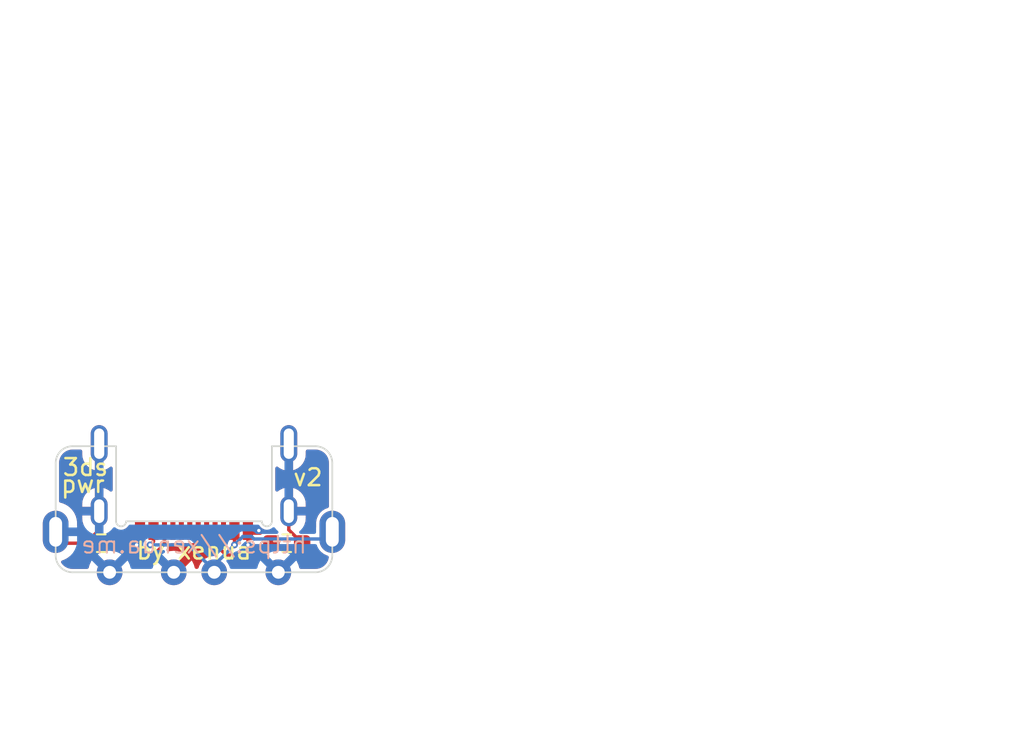
<source format=kicad_pcb>
(kicad_pcb (version 20211014) (generator pcbnew)
  (layers (0 "F.Cu" signal) (31 "B.Cu" signal) (34 "B.Paste" user) (35 "F.Paste" user) (36 "B.SilkS" user "B.Silkscreen") (37 "F.SilkS" user "F.Silkscreen") (38 "B.Mask" user) (39 "F.Mask" user) (44 "Edge.Cuts" user))
  (net 0 "")
  (net 1 "GND")
  (net 2 "VBUS")
  (net 3 "Net-(J1-PadA5)")
  (net 7 "Net-(J1-PadB5)")
  (footprint "Resistor_SMD:R_0603_1608Metric_Pad0.98x0.95mm_HandSolder" (layer "F.Cu") (at 128.5 92.5)
    (fp_text reference "R2" hide)
    (fp_text value "5.1k")
    (fp_line (start -0.254724 -0.5225) (end 0.254724 -0.5225) (layer "F.SilkS") (width 0.12))
    (fp_line (start -0.254724 0.5225) (end 0.254724 0.5225) (layer "F.SilkS") (width 0.12))
    (pad "1" smd roundrect (at -0.9125 0) (size 0.975 0.95) (layers "F.Cu" "F.Paste" "F.Mask") (net 1 "GND"))
    (pad "2" smd roundrect (at 0.9125 0) (size 0.975 0.95) (layers "F.Cu" "F.Paste" "F.Mask") (net 7 "Net-(J1-PadB5)"))
  )
  (footprint "Resistor_SMD:R_0603_1608Metric_Pad0.98x0.95mm_HandSolder" (layer "F.Cu") (at 139.5 92.5)
    (fp_text reference "R1" hide)
    (fp_text value "5.1k")
    (fp_line (start -0.254724 0.5225) (end 0.254724 0.5225) (layer "F.SilkS") (width 0.12))
    (fp_line (start -0.254724 -0.5225) (end 0.254724 -0.5225) (layer "F.SilkS") (width 0.12))
    (pad "1" smd roundrect (at -0.9125 0) (size 0.975 0.95) (layers "F.Cu" "F.Paste" "F.Mask") (net 3 "Net-(J1-PadA5)"))
    (pad "2" smd roundrect (at 0.9125 0) (size 0.975 0.95) (layers "F.Cu" "F.Paste" "F.Mask") (net 1 "GND"))
  )
  (footprint "xenua:USB_C_Receptacle_GCT_USB4510" (layer "F.Cu") (at 134 85 180)
    (fp_text reference "J1" hide)
    (fp_text value "USB_C_Receptacle_USB2.0")
    (fp_line (start -4.62 -1.75) (end -4.62 -6.2) (layer "Edge.Cuts") (width 0.1))
    (fp_line (start 4.62 -1.75) (end 4.62 -6.2) (layer "Edge.Cuts") (width 0.1))
    (fp_line (start 4.02 -6.2) (end -4.02 -6.2) (layer "Edge.Cuts") (width 0.1))
    (fp_arc (start -4.62 -6.2) (mid -4.32 -6.5) (end -4.02 -6.2) (layer "Edge.Cuts") (width 0.1))
    (fp_arc (start 4.02 -6.2) (mid 4.32 -6.5) (end 4.62 -6.2) (layer "Edge.Cuts") (width 0.1))
    (pad "A1" smd rect (at -3.2 -6.75 180) (size 0.6 1.1) (layers "F.Cu" "F.Paste" "F.Mask") (net 1 "GND"))
    (pad "A4" smd rect (at -2.4 -6.75 180) (size 0.6 1.1) (layers "F.Cu" "F.Paste" "F.Mask") (net 2 "VBUS"))
    (pad "A5" smd rect (at -1.25 -6.75 180) (size 0.3 1.1) (layers "F.Cu" "F.Paste" "F.Mask") (net 3 "Net-(J1-PadA5)"))
    (pad "A6" smd rect (at -0.25 -6.75 180) (size 0.3 1.1) (layers "F.Cu" "F.Paste" "F.Mask"))
    (pad "A7" smd rect (at 0.25 -6.75 180) (size 0.3 1.1) (layers "F.Cu" "F.Paste" "F.Mask"))
    (pad "A8" smd rect (at 1.25 -6.75 180) (size 0.3 1.1) (layers "F.Cu" "F.Paste" "F.Mask"))
    (pad "A9" smd rect (at 2.4 -6.75 180) (size 0.6 1.1) (layers "F.Cu" "F.Paste" "F.Mask") (net 2 "VBUS"))
    (pad "A12" smd rect (at 3.2 -6.75 180) (size 0.6 1.1) (layers "F.Cu" "F.Paste" "F.Mask") (net 1 "GND"))
    (pad "B1" smd rect (at 3.2 -6.75 180) (size 0.6 1.1) (layers "F.Cu" "F.Paste" "F.Mask") (net 1 "GND"))
    (pad "B4" smd rect (at 2.4 -6.75 180) (size 0.6 1.1) (layers "F.Cu" "F.Paste" "F.Mask") (net 2 "VBUS"))
    (pad "B5" smd rect (at 1.75 -6.75 180) (size 0.3 1.1) (layers "F.Cu" "F.Paste" "F.Mask") (net 7 "Net-(J1-PadB5)"))
    (pad "B6" smd rect (at 0.75 -6.75 180) (size 0.3 1.1) (layers "F.Cu" "F.Paste" "F.Mask"))
    (pad "B7" smd rect (at -0.75 -6.75 180) (size 0.3 1.1) (layers "F.Cu" "F.Paste" "F.Mask"))
    (pad "B8" smd rect (at -1.75 -6.75 180) (size 0.3 1.1) (layers "F.Cu" "F.Paste" "F.Mask"))
    (pad "B9" smd rect (at -2.4 -6.75 180) (size 0.6 1.1) (layers "F.Cu" "F.Paste" "F.Mask") (net 2 "VBUS"))
    (pad "B12" smd rect (at -3.2 -6.75 180) (size 0.6 1.1) (layers "F.Cu" "F.Paste" "F.Mask") (net 1 "GND"))
    (pad "S1" thru_hole oval (at -5.62 -5.6 180) (size 1 1.8) (drill oval 0.6 1.4) (layers *.Cu *.Mask) (net 1 "GND"))
    (pad "S1" thru_hole oval (at 5.62 -5.6 180) (size 1 1.8) (drill oval 0.6 1.4) (layers *.Cu *.Mask) (net 1 "GND"))
    (pad "S1" thru_hole oval (at 5.62 -1.6 180) (size 1 2.2) (drill oval 0.6 1.8) (layers *.Cu *.Mask) (net 1 "GND"))
    (pad "S1" thru_hole oval (at -5.62 -1.6 180) (size 1 2.2) (drill oval 0.6 1.8) (layers *.Cu *.Mask) (net 1 "GND"))
  )
  (footprint "3ds:3ds_power" (layer "F.Cu") (at 134 86.425)
    (fp_text reference "J2" hide)
    (fp_text value "3dspwr")
    (pad "1" thru_hole circle (at 5 7.8) (size 1.524 1.524) (drill 0.762) (layers *.Cu *.Mask) (net 1 "GND"))
    (pad "1" thru_hole circle (at -1.2 7.8) (size 1.524 1.524) (drill 0.762) (layers *.Cu *.Mask) (net 1 "GND"))
    (pad "1" thru_hole circle (at -5 7.8) (size 1.524 1.524) (drill 0.762) (layers *.Cu *.Mask) (net 1 "GND"))
    (pad "1" thru_hole oval (at -8.2 5.4) (size 1.524 2.5) (drill oval 0.762 1.762) (layers *.Cu *.Mask) (net 1 "GND"))
    (pad "2" thru_hole circle (at 1.2 7.8) (size 1.524 1.524) (drill 0.762) (layers *.Cu *.Mask) (net 2 "VBUS"))
    (pad "2" thru_hole oval (at 8.2 5.4) (size 1.524 2.5) (drill oval 0.762 1.762) (layers *.Cu *.Mask) (net 2 "VBUS"))
  )
  (gr_line (start 141.2 94.225) (end 126.8 94.225) (layer "Edge.Cuts") (width 0.1))
  (gr_arc (start 125.8 87.75) (mid 126.092893 87.042893) (end 126.8 86.75) (layer "Edge.Cuts") (width 0.1))
  (gr_arc (start 142.2 93.225) (mid 141.907107 93.932107) (end 141.2 94.225) (layer "Edge.Cuts") (width 0.1))
  (gr_line (start 138.62 86.75) (end 141.2 86.75) (layer "Edge.Cuts") (width 0.1))
  (gr_line (start 125.8 93.225) (end 125.8 87.75) (layer "Edge.Cuts") (width 0.1))
  (gr_arc (start 141.2 86.75) (mid 141.907107 87.042893) (end 142.2 87.75) (layer "Edge.Cuts") (width 0.1))
  (gr_line (start 142.2 87.75) (end 142.2 93.225) (layer "Edge.Cuts") (width 0.1))
  (gr_arc (start 126.8 94.225) (mid 126.092893 93.932107) (end 125.8 93.225) (layer "Edge.Cuts") (width 0.1))
  (gr_line (start 126.8 86.75) (end 129.38 86.75) (layer "Edge.Cuts") (width 0.1))
  (gr_text "https://xenua.me" (at 134 92.6) (layer "B.SilkS") (effects (font (size 1 1) (thickness 0.12)) (justify mirror)))
  (gr_text "pwr" (at 128.8 89) (layer "F.SilkS") (effects (font (size 1 1)) (justify right)))
  (gr_text "v2" (at 139.8 88.6) (layer "F.SilkS") (effects (font (size 1 1)) (justify left)))
  (gr_text "3ds" (at 129 88) (layer "F.SilkS") (effects (font (size 1 1)) (justify right)))
  (gr_text "by xenua" (at 134 92.95) (layer "F.SilkS") (effects (font (size 1 1))))
  (segment (start 127.5875 92.5) (end 126.475 92.5) (width 0.2) (layer "F.Cu") (net 1))
  (segment (start 140.4125 92.5) (end 140.4125 92.8125) (width 0.2) (layer "F.Cu") (net 1))
  (segment (start 137.2 91.75) (end 137.844522 91.75) (width 0.2) (layer "F.Cu") (net 1))
  (segment (start 130.8 91.75) (end 130.8 92.4) (width 0.2) (layer "F.Cu") (net 1))
  (segment (start 140.4125 92.5) (end 139.62 91.7075) (width 0.2) (layer "F.Cu") (net 1))
  (segment (start 127.5875 92.5) (end 128.38 91.7075) (width 0.2) (layer "F.Cu") (net 1))
  (segment (start 139.1 94.125) (end 139 94.125) (width 0.2) (layer "F.Cu") (net 1))
  (segment (start 139.62 91.7075) (end 139.62 90.6) (width 0.2) (layer "F.Cu") (net 1))
  (segment (start 128.38 90.905) (end 128.38 90.6) (width 0.2) (layer "F.Cu") (net 1))
  (segment (start 137.844522 91.75) (end 137.845022 91.7505) (width 0.2) (layer "F.Cu") (net 1))
  (segment (start 126.475 92.5) (end 125.9 91.925) (width 0.2) (layer "F.Cu") (net 1))
  (segment (start 128.38 91.7075) (end 128.38 90.6) (width 0.2) (layer "F.Cu") (net 1))
  (segment (start 127.5875 92.5) (end 127.5875 92.8125) (width 0.2) (layer "F.Cu") (net 1))
  (segment (start 130.8 91.75) (end 130.775 91.725) (width 0.2) (layer "F.Cu") (net 1))
  (segment (start 128.9 94.125) (end 129 94.125) (width 0.2) (layer "F.Cu") (net 1))
  (segment (start 139.62 90.82257) (end 139.62 90.6) (width 0.2) (layer "F.Cu") (net 1))
  (segment (start 127.5875 92.8125) (end 128.9 94.125) (width 0.2) (layer "F.Cu") (net 1))
  (segment (start 140.4125 92.8125) (end 139.1 94.125) (width 0.2) (layer "F.Cu") (net 1))
  (segment (start 125.9 91.925) (end 125.9 91.825) (width 0.2) (layer "F.Cu") (net 1))
  (segment (start 137.2 91.75) (end 137.225 91.725) (width 0.2) (layer "F.Cu") (net 1))
  (segment (start 137.2 91.75) (end 137.2 92.6) (width 0.2) (layer "F.Cu") (net 1))
  (segment (start 130.8 92.4) (end 130.6 92.6) (width 0.2) (layer "F.Cu") (net 1))
  (via (at 130.6 92.6) (size 0.4) (drill 0.2) (layers "F.Cu" "B.Cu") (net 1))
  (via (at 137.2 92.6) (size 0.4) (drill 0.2) (layers "F.Cu" "B.Cu") (net 1))
  (via (at 137.845022 91.7505) (size 0.4) (drill 0.2) (layers "F.Cu" "B.Cu") (net 1))
  (segment (start 138.725 94.125) (end 139 94.125) (width 0.2) (layer "B.Cu") (net 1))
  (segment (start 131.6 92.4) (end 131.4 92.6) (width 0.2) (layer "F.Cu") (net 2))
  (segment (start 136.4 91.75) (end 136.4 92.6) (width 0.2) (layer "F.Cu") (net 2))
  (segment (start 131.6 91.75) (end 131.6 92.4) (width 0.2) (layer "F.Cu") (net 2))
  (via (at 136.4 92.6) (size 0.4) (drill 0.2) (layers "F.Cu" "B.Cu") (net 2))
  (via (at 131.4 92.6) (size 0.4) (drill 0.2) (layers "F.Cu" "B.Cu") (net 2))
  (segment (start 136.4 92.6) (end 135.2 93.8) (width 0.2) (layer "B.Cu") (net 2))
  (segment (start 131.4 92.6) (end 133.675 92.6) (width 0.2) (layer "B.Cu") (net 2))
  (segment (start 136.9 92.1) (end 137.407107 92.1) (width 0.2) (layer "B.Cu") (net 2))
  (segment (start 141.675 92.25) (end 142.1 91.825) (width 0.2) (layer "B.Cu") (net 2))
  (segment (start 137.407107 92.1) (end 137.557107 92.25) (width 0.2) (layer "B.Cu") (net 2))
  (segment (start 137.557107 92.25) (end 141.675 92.25) (width 0.2) (layer "B.Cu") (net 2))
  (segment (start 136.4 92.6) (end 136.9 92.1) (width 0.2) (layer "B.Cu") (net 2))
  (segment (start 133.675 92.6) (end 135.2 94.125) (width 0.2) (layer "B.Cu") (net 2))
  (segment (start 135.2 93.8) (end 135.2 94.125) (width 0.2) (layer "B.Cu") (net 2))
  (segment (start 135.9 93.2) (end 137.8875 93.2) (width 0.2) (layer "F.Cu") (net 3))
  (segment (start 135.25 91.75) (end 135.25 92.55) (width 0.2) (layer "F.Cu") (net 3))
  (segment (start 137.8875 93.2) (end 138.5875 92.5) (width 0.2) (layer "F.Cu") (net 3))
  (segment (start 135.25 92.55) (end 135.9 93.2) (width 0.2) (layer "F.Cu") (net 3))
  (segment (start 130.1125 93.2) (end 129.4125 92.5) (width 0.2) (layer "F.Cu") (net 7))
  (segment (start 131.6 93.2) (end 130.1125 93.2) (width 0.2) (layer "F.Cu") (net 7))
  (segment (start 132.25 92.55) (end 131.6 93.2) (width 0.2) (layer "F.Cu") (net 7))
  (segment (start 132.25 91.75) (end 132.25 92.55) (width 0.2) (layer "F.Cu") (net 7))
  (zone (net 1) (net_name "GND") (layers F&B.Cu) (connect_pads (clearance 0.2)) (min_thickness 0.2) (fill yes (thermal_gap 0.508) (thermal_bridge_width 0.508))
    (polygon (pts (xy 143.3 95.425) (xy 124.3 95.425) (xy 124.3 84.725) (xy 143.3 84.725)))
  )
)
</source>
